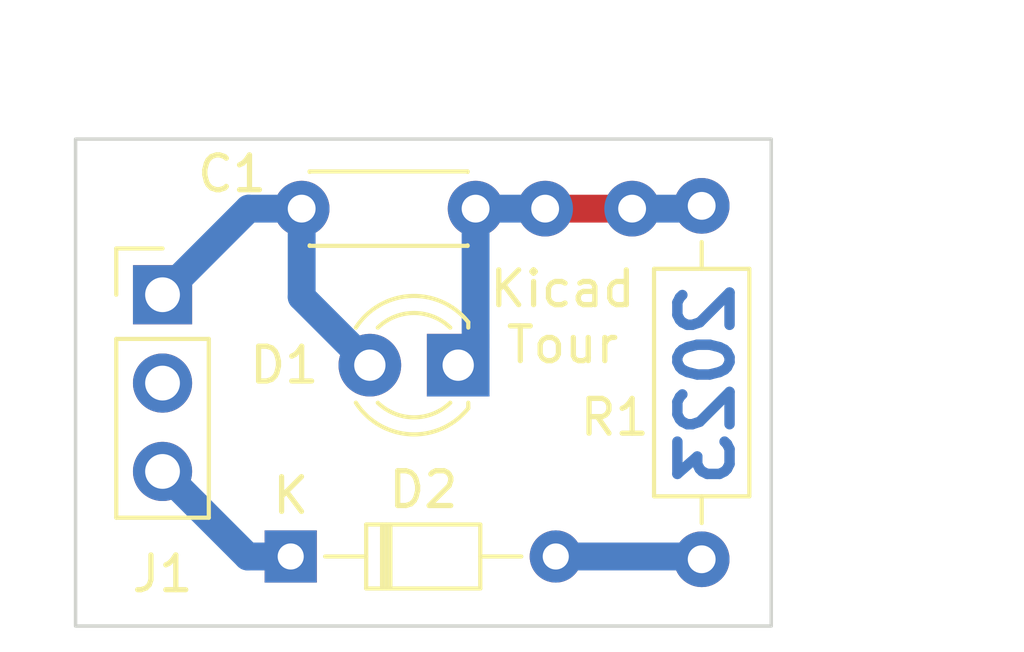
<source format=kicad_pcb>
(kicad_pcb (version 20221018) (generator pcbnew)
  (title_block (title "Kicad Tour") (company "Curso diseño de PCB") (comment 1 "Autor: Diego Brengi"))
  (layers (0 "F.Cu" signal) (31 "B.Cu" signal) (34 "B.Paste" user) (35 "F.Paste" user) (36 "B.SilkS" user "B.Silkscreen") (37 "F.SilkS" user "F.Silkscreen") (38 "B.Mask" user) (39 "F.Mask" user) (44 "Edge.Cuts" user))
  (net 0 "")
  (net 1 "Net-(D1-A)")
  (net 2 "Net-(D1-K)")
  (net 3 "Net-(D2-K)")
  (net 4 "Net-(D2-A)")
  (footprint "Resistor_THT:R_Axial_DIN0207_L6.3mm_D2.5mm_P10.16mm_Horizontal" (layer "F.Cu") (at 121 130.92 -90)
    (fp_text reference "R1" (at 6.08 2.5 -180) (layer "F.SilkS"))
    (fp_text value "100 k")
    (fp_line (start 1.04 0) (end 1.81 0) (stroke (width 0.12)) (layer "F.SilkS"))
    (fp_line (start 1.81 -1.37) (end 1.81 1.37) (stroke (width 0.12)) (layer "F.SilkS"))
    (fp_line (start 1.81 1.37) (end 8.35 1.37) (stroke (width 0.12)) (layer "F.SilkS"))
    (fp_line (start 8.35 -1.37) (end 1.81 -1.37) (stroke (width 0.12)) (layer "F.SilkS"))
    (fp_line (start 8.35 1.37) (end 8.35 -1.37) (stroke (width 0.12)) (layer "F.SilkS"))
    (fp_line (start 9.12 0) (end 8.35 0) (stroke (width 0.12)) (layer "F.SilkS"))
    (pad "1" thru_hole circle (at 0 0 270) (size 1.6 1.6) (drill 0.8) (layers "*.Cu" "*.Mask") (net 2 "Net-(D1-K)"))
    (pad "2" thru_hole oval (at 10.16 0 270) (size 1.6 1.6) (drill 0.8) (layers "*.Cu" "*.Mask") (net 4 "Net-(D2-A)"))
  )
  (footprint "Connector_PinHeader_2.54mm:PinHeader_1x03_P2.54mm_Vertical" (layer "F.Cu") (at 105.5 133.475)
    (fp_text reference "J1" (at 0 8.025) (layer "F.SilkS"))
    (fp_text value "Conn_01x03")
    (fp_line (start -1.33 -1.33) (end 0 -1.33) (stroke (width 0.12)) (layer "F.SilkS"))
    (fp_line (start -1.33 0) (end -1.33 -1.33) (stroke (width 0.12)) (layer "F.SilkS"))
    (fp_line (start -1.33 1.27) (end -1.33 6.41) (stroke (width 0.12)) (layer "F.SilkS"))
    (fp_line (start -1.33 1.27) (end 1.33 1.27) (stroke (width 0.12)) (layer "F.SilkS"))
    (fp_line (start -1.33 6.41) (end 1.33 6.41) (stroke (width 0.12)) (layer "F.SilkS"))
    (fp_line (start 1.33 1.27) (end 1.33 6.41) (stroke (width 0.12)) (layer "F.SilkS"))
    (pad "1" thru_hole rect (at 0 0) (size 1.7 1.7) (drill 1) (layers "*.Cu" "*.Mask") (net 1 "Net-(D1-A)"))
    (pad "2" thru_hole oval (at 0 2.54) (size 1.7 1.7) (drill 1) (layers "*.Cu" "*.Mask"))
    (pad "3" thru_hole oval (at 0 5.08) (size 1.7 1.7) (drill 1) (layers "*.Cu" "*.Mask") (net 3 "Net-(D2-K)"))
  )
  (footprint "Diode_THT:D_DO-34_SOD68_P7.62mm_Horizontal" (layer "F.Cu") (at 109.185 141)
    (fp_text reference "D2" (at 3.815 -1.92) (layer "F.SilkS"))
    (fp_text value "1N4148")
    (fp_text user "K" (at 0 -1.75) (layer "F.SilkS"))
    (fp_line (start 0.99 0) (end 2.17 0) (stroke (width 0.12)) (layer "F.SilkS"))
    (fp_line (start 2.17 -0.92) (end 2.17 0.92) (stroke (width 0.12)) (layer "F.SilkS"))
    (fp_line (start 2.17 0.92) (end 5.45 0.92) (stroke (width 0.12)) (layer "F.SilkS"))
    (fp_line (start 2.626 -0.92) (end 2.626 0.92) (stroke (width 0.12)) (layer "F.SilkS"))
    (fp_line (start 2.746 -0.92) (end 2.746 0.92) (stroke (width 0.12)) (layer "F.SilkS"))
    (fp_line (start 2.866 -0.92) (end 2.866 0.92) (stroke (width 0.12)) (layer "F.SilkS"))
    (fp_line (start 5.45 -0.92) (end 2.17 -0.92) (stroke (width 0.12)) (layer "F.SilkS"))
    (fp_line (start 5.45 0.92) (end 5.45 -0.92) (stroke (width 0.12)) (layer "F.SilkS"))
    (fp_line (start 6.63 0) (end 5.45 0) (stroke (width 0.12)) (layer "F.SilkS"))
    (pad "1" thru_hole rect (at 0 0) (size 1.5 1.5) (drill 0.75) (layers "*.Cu" "*.Mask") (net 3 "Net-(D2-K)"))
    (pad "2" thru_hole oval (at 7.62 0) (size 1.5 1.5) (drill 0.75) (layers "*.Cu" "*.Mask") (net 4 "Net-(D2-A)"))
  )
  (footprint "LED_THT:LED_D3.0mm" (layer "F.Cu") (at 114 135.5 180)
    (fp_text reference "D1" (at 5 0) (layer "F.SilkS"))
    (fp_text value "LED 3mm rojo")
    (fp_line (start -0.29 -1.236) (end -0.29 -1.08) (stroke (width 0.12)) (layer "F.SilkS"))
    (fp_line (start -0.29 1.08) (end -0.29 1.236) (stroke (width 0.12)) (layer "F.SilkS"))
    (fp_arc (start -0.29 -1.235516) (mid 1.366487 -1.987659) (end 2.942335 -1.078608) (stroke (width 0.12)) (layer "F.SilkS"))
    (fp_arc (start 0.229039 -1.08) (mid 1.270117 -1.5) (end 2.31113 -1.079837) (stroke (width 0.12)) (layer "F.SilkS"))
    (fp_arc (start 2.31113 1.079837) (mid 1.270117 1.5) (end 0.229039 1.08) (stroke (width 0.12)) (layer "F.SilkS"))
    (fp_arc (start 2.942335 1.078608) (mid 1.366487 1.987659) (end -0.29 1.235516) (stroke (width 0.12)) (layer "F.SilkS"))
    (pad "1" thru_hole rect (at 0 0 180) (size 1.8 1.8) (drill 0.9) (layers "*.Cu" "*.Mask") (net 2 "Net-(D1-K)"))
    (pad "2" thru_hole circle (at 2.54 0 180) (size 1.8 1.8) (drill 0.9) (layers "*.Cu" "*.Mask") (net 1 "Net-(D1-A)"))
  )
  (footprint "Capacitor_THT:C_Disc_D4.3mm_W1.9mm_P5.00mm" (layer "F.Cu") (at 109.5 131)
    (fp_text reference "C1" (at -2 -1) (layer "F.SilkS"))
    (fp_text value "100 nF")
    (fp_line (start 0.23 -1.07) (end 0.23 -1.055) (stroke (width 0.12)) (layer "F.SilkS"))
    (fp_line (start 0.23 -1.07) (end 4.77 -1.07) (stroke (width 0.12)) (layer "F.SilkS"))
    (fp_line (start 0.23 1.055) (end 0.23 1.07) (stroke (width 0.12)) (layer "F.SilkS"))
    (fp_line (start 0.23 1.07) (end 4.77 1.07) (stroke (width 0.12)) (layer "F.SilkS"))
    (fp_line (start 4.77 -1.07) (end 4.77 -1.055) (stroke (width 0.12)) (layer "F.SilkS"))
    (fp_line (start 4.77 1.055) (end 4.77 1.07) (stroke (width 0.12)) (layer "F.SilkS"))
    (pad "1" thru_hole circle (at 0 0) (size 1.6 1.6) (drill 0.8) (layers "*.Cu" "*.Mask") (net 1 "Net-(D1-A)"))
    (pad "2" thru_hole circle (at 5 0) (size 1.6 1.6) (drill 0.8) (layers "*.Cu" "*.Mask") (net 2 "Net-(D1-K)"))
  )
  (gr_rect (start 103 129) (end 123 143) (stroke (width 0.1)) (fill none) (layer "Edge.Cuts"))
  (gr_text "2023" (at 122 133 90) (layer "B.Cu") (effects (font (size 1.5 1.5) (thickness 0.3) bold) (justify left bottom mirror)))
  (gr_text "Kicad\nTour" (at 117 135.5) (layer "F.SilkS") (effects (font (size 1 1)) (justify bottom)))
  (segment (start 109.5 133.54) (end 109.5 131) (width 0.8) (layer "B.Cu") (net 1))
  (segment (start 111.46 135.5) (end 109.5 133.54) (width 0.8) (layer "B.Cu") (net 1))
  (segment (start 107.975 131) (end 109.5 131) (width 0.8) (layer "B.Cu") (net 1))
  (segment (start 105.5 133.475) (end 107.975 131) (width 0.8) (layer "B.Cu") (net 1))
  (segment (start 116.5 131) (end 119 131) (width 0.8) (layer "F.Cu") (net 2))
  (via (at 116.5 131) (size 1.6) (drill 0.8) (layers "F.Cu" "B.Cu") (net 2))
  (via (at 119 131) (size 1.6) (drill 0.8) (layers "F.Cu" "B.Cu") (net 2))
  (segment (start 114.5 131) (end 114.5 135) (width 0.8) (layer "B.Cu") (net 2))
  (segment (start 114.5 131) (end 116.5 131) (width 0.8) (layer "B.Cu") (net 2))
  (segment (start 119 131) (end 120.92 131) (width 0.8) (layer "B.Cu") (net 2))
  (segment (start 114.5 135) (end 114 135.5) (width 0.8) (layer "B.Cu") (net 2))
  (segment (start 120.92 131) (end 121 130.92) (width 0.8) (layer "B.Cu") (net 2))
  (segment (start 107.945 141) (end 109.185 141) (width 0.8) (layer "B.Cu") (net 3))
  (segment (start 105.5 138.555) (end 107.945 141) (width 0.8) (layer "B.Cu") (net 3))
  (segment (start 120.92 141) (end 121 141.08) (width 0.8) (layer "B.Cu") (net 4))
  (segment (start 116.805 141) (end 120.92 141) (width 0.8) (layer "B.Cu") (net 4))
)
</source>
